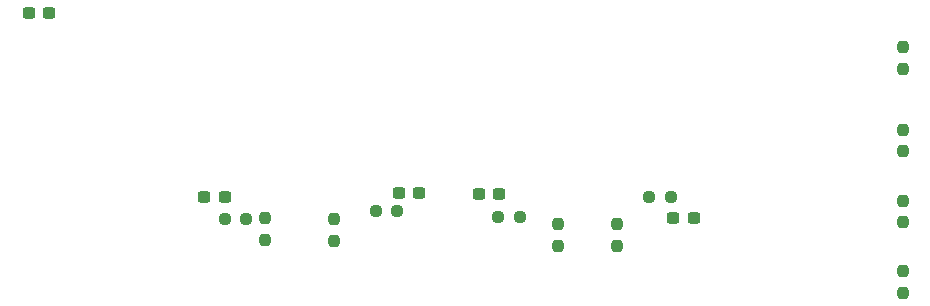
<source format=gbr>
%TF.GenerationSoftware,KiCad,Pcbnew,8.0.1-8.0.1-1~ubuntu22.04.1*%
%TF.CreationDate,2024-05-06T17:14:44+02:00*%
%TF.ProjectId,SecondaryBoard,5365636f-6e64-4617-9279-426f6172642e,rev?*%
%TF.SameCoordinates,Original*%
%TF.FileFunction,Paste,Bot*%
%TF.FilePolarity,Positive*%
%FSLAX46Y46*%
G04 Gerber Fmt 4.6, Leading zero omitted, Abs format (unit mm)*
G04 Created by KiCad (PCBNEW 8.0.1-8.0.1-1~ubuntu22.04.1) date 2024-05-06 17:14:44*
%MOMM*%
%LPD*%
G01*
G04 APERTURE LIST*
G04 Aperture macros list*
%AMRoundRect*
0 Rectangle with rounded corners*
0 $1 Rounding radius*
0 $2 $3 $4 $5 $6 $7 $8 $9 X,Y pos of 4 corners*
0 Add a 4 corners polygon primitive as box body*
4,1,4,$2,$3,$4,$5,$6,$7,$8,$9,$2,$3,0*
0 Add four circle primitives for the rounded corners*
1,1,$1+$1,$2,$3*
1,1,$1+$1,$4,$5*
1,1,$1+$1,$6,$7*
1,1,$1+$1,$8,$9*
0 Add four rect primitives between the rounded corners*
20,1,$1+$1,$2,$3,$4,$5,0*
20,1,$1+$1,$4,$5,$6,$7,0*
20,1,$1+$1,$6,$7,$8,$9,0*
20,1,$1+$1,$8,$9,$2,$3,0*%
G04 Aperture macros list end*
%ADD10RoundRect,0.237500X0.300000X0.237500X-0.300000X0.237500X-0.300000X-0.237500X0.300000X-0.237500X0*%
%ADD11RoundRect,0.237500X0.237500X-0.250000X0.237500X0.250000X-0.237500X0.250000X-0.237500X-0.250000X0*%
%ADD12RoundRect,0.237500X-0.250000X-0.237500X0.250000X-0.237500X0.250000X0.237500X-0.250000X0.237500X0*%
%ADD13RoundRect,0.237500X0.250000X0.237500X-0.250000X0.237500X-0.250000X-0.237500X0.250000X-0.237500X0*%
%ADD14RoundRect,0.237500X-0.237500X0.250000X-0.237500X-0.250000X0.237500X-0.250000X0.237500X0.250000X0*%
%ADD15RoundRect,0.237500X-0.300000X-0.237500X0.300000X-0.237500X0.300000X0.237500X-0.300000X0.237500X0*%
G04 APERTURE END LIST*
D10*
%TO.C,C1*%
X180725000Y-57230000D03*
X179000000Y-57230000D03*
%TD*%
D11*
%TO.C,R3*%
X167700000Y-61212500D03*
X167700000Y-59387500D03*
%TD*%
D12*
%TO.C,R6*%
X164252400Y-59434730D03*
X166077400Y-59434730D03*
%TD*%
D13*
%TO.C,R5*%
X202012500Y-57600000D03*
X200187500Y-57600000D03*
%TD*%
D14*
%TO.C,R15*%
X221649900Y-51887500D03*
X221649900Y-53712500D03*
%TD*%
D11*
%TO.C,R1*%
X192500000Y-61712500D03*
X192500000Y-59887500D03*
%TD*%
D15*
%TO.C,C2*%
X162507400Y-57594730D03*
X164232400Y-57594730D03*
%TD*%
D13*
%TO.C,R8*%
X178867500Y-58755000D03*
X177042500Y-58755000D03*
%TD*%
D14*
%TO.C,R16*%
X221649900Y-44887500D03*
X221649900Y-46712500D03*
%TD*%
D11*
%TO.C,R7*%
X173500000Y-61312500D03*
X173500000Y-59487500D03*
%TD*%
D10*
%TO.C,C3*%
X203962500Y-59400000D03*
X202237500Y-59400000D03*
%TD*%
D11*
%TO.C,R13*%
X221649900Y-65712500D03*
X221649900Y-63887500D03*
%TD*%
%TO.C,R4*%
X197500000Y-61712500D03*
X197500000Y-59887500D03*
%TD*%
D14*
%TO.C,R14*%
X221649900Y-57887500D03*
X221649900Y-59712500D03*
%TD*%
D15*
%TO.C,C5*%
X147637500Y-42000000D03*
X149362500Y-42000000D03*
%TD*%
D12*
%TO.C,R2*%
X187387500Y-59300000D03*
X189212500Y-59300000D03*
%TD*%
D15*
%TO.C,C4*%
X185737500Y-57300000D03*
X187462500Y-57300000D03*
%TD*%
M02*

</source>
